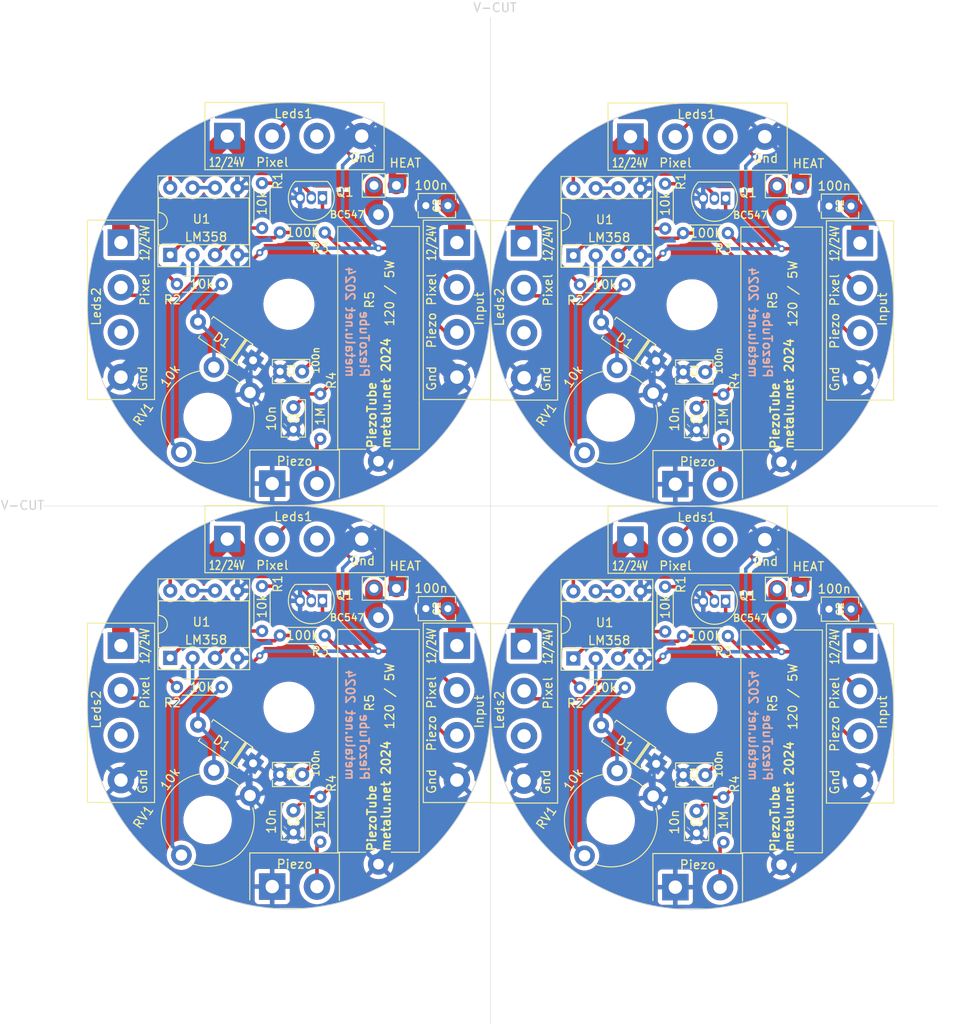
<source format=kicad_pcb>
(kicad_pcb (version 20221018) (generator pcbnew)
  (layers (0 "F.Cu" signal) (31 "B.Cu" signal) (34 "B.Paste" user) (35 "F.Paste" user) (36 "B.SilkS" user "B.Silkscreen") (37 "F.SilkS" user "F.Silkscreen") (38 "B.Mask" user) (39 "F.Mask" user) (44 "Edge.Cuts" user))
  (net 0 "")
  (net 1 "Net-(U1A-+)")
  (net 2 "Net-(J1-Pin_2)")
  (net 3 "+24V")
  (net 4 "GND")
  (net 5 "Net-(D1-A)")
  (net 6 "/pixel")
  (net 7 "/piezo_out")
  (net 10 "Net-(Q1-B)")
  (net 11 "Net-(R1-Pad1)")
  (net 12 "Net-(U1A--)")
  (net 13 "Net-(U1B--)")
  (net 14 "Net-(J5-Pin_2)")
  (net 15 "Net-(C3-Pad1)")
  (footprint "TerminalBlock:TerminalBlock_bornier-4_P5.08mm" (layer "F.Cu") (at 92.71 41.275 -90)
    (fp_text reference "J2" hide)
    (fp_text value "Input")
  )
  (footprint "Capacitor_THT:C_Rect_L4.0mm_W2.5mm_P2.50mm" (layer "F.Cu") (at 119.888 60.0075 -90)
    (fp_text reference "C3")
    (fp_text value "10n")
  )
  (footprint "Capacitor_THT:C_Rect_L4.0mm_W2.5mm_P2.50mm" (layer "F.Cu") (at 137.414 82.804 180)
    (fp_text reference "C2")
    (fp_text value "100n")
  )
  (footprint "Capacitor_THT:C_Rect_L4.0mm_W2.5mm_P2.50mm" (layer "F.Cu") (at 120.884 101.6 180)
    (fp_text reference "C1")
    (fp_text value "100n")
  )
  (footprint "MountingHole:MountingHole_5.3mm_M5" (layer "F.Cu") (at 119.38 93.98)
    (fp_text reference "H2" hide)
    (fp_text value "MountingHole" hide)
  )
  (footprint "Resistor_THT:R_Axial_DIN0204_L3.6mm_D1.6mm_P5.08mm_Horizontal" (layer "F.Cu") (at 70.612 85.2805 90)
    (fp_text reference "R1")
    (fp_text value "10k")
  )
  (footprint "TerminalBlock:TerminalBlock_bornier-4_P5.08mm" (layer "F.Cu") (at 112.395 74.93)
    (fp_text reference "J3" hide)
    (fp_text value "Leds1")
  )
  (footprint "Package_DIP:DIP-8_W7.62mm_Socket" (layer "F.Cu") (at 60.198 42.672 90)
    (fp_text reference "U1" hide)
    (fp_text value "LM358")
  )
  (footprint "TerminalBlock:TerminalBlock_bornier-2_P5.08mm" (layer "F.Cu") (at 71.764666 68.58)
    (fp_text reference "J1" hide)
    (fp_text value "Piezo")
  )
  (footprint "Resistor_THT:R_Axial_DIN0204_L3.6mm_D1.6mm_P5.08mm_Horizontal" (layer "F.Cu") (at 116.332 39.6875 90)
    (fp_text reference "R1")
    (fp_text value "10k")
  )
  (footprint "Potentiometer_THT:Potentiometer_Piher_PT-10-V10_Vertical" (layer "F.Cu") (at 65.155884 55.398538 -125)
    (fp_text reference "RV1")
    (fp_text value "10k")
  )
  (footprint "Connector_PinHeader_2.54mm:PinHeader_1x02_P2.54mm_Vertical" (layer "F.Cu") (at 131.572 80.518 -90)
    (fp_text reference "HEAT")
    (fp_text value "Conn_01x02_Pin" hide)
  )
  (footprint "Capacitor_THT:C_Rect_L4.0mm_W2.5mm_P2.50mm" (layer "F.Cu") (at 120.884 55.9435 180)
    (fp_text reference "C1")
    (fp_text value "100n")
  )
  (footprint "Diode_THT:D_A-405_P7.62mm_Horizontal" (layer "F.Cu") (at 115.316 100.33 145)
    (fp_text reference "D1")
    (fp_text value "D" hide)
  )
  (footprint "Resistor_THT:R_Axial_Power_L25.0mm_W9.0mm_P27.94mm" (layer "F.Cu") (at 129.54 111.76 90)
    (fp_text reference "R5")
    (fp_text value "120 / 5W")
  )
  (footprint "Package_DIP:DIP-8_W7.62mm_Socket" (layer "F.Cu") (at 105.918 88.392 90)
    (fp_text reference "U1" hide)
    (fp_text value "LM358")
  )
  (footprint "Resistor_THT:R_Axial_DIN0204_L3.6mm_D1.6mm_P5.08mm_Horizontal" (layer "F.Cu") (at 77.216 104.0765 -90)
    (fp_text reference "R4")
    (fp_text value "1M")
  )
  (footprint "Package_TO_SOT_THT:TO-92_Inline" (layer "F.Cu") (at 123.19 36.2585 180)
    (fp_text reference "Q1")
    (fp_text value "BC547")
  )
  (footprint "Package_DIP:DIP-8_W7.62mm_Socket" (layer "F.Cu") (at 105.918 42.7355 90)
    (fp_text reference "U1" hide)
    (fp_text value "LM358")
  )
  (footprint "MountingHole:MountingHole_5.3mm_M5" (layer "F.Cu") (at 73.66 93.9165)
    (fp_text reference "H2" hide)
    (fp_text value "MountingHole" hide)
  )
  (footprint "Potentiometer_THT:Potentiometer_Piher_PT-10-V10_Vertical" (layer "F.Cu") (at 110.875884 55.462038 -125)
    (fp_text reference "RV1")
    (fp_text value "10k")
  )
  (footprint "Resistor_THT:R_Axial_DIN0204_L3.6mm_D1.6mm_P5.08mm_Horizontal" (layer "F.Cu") (at 122.936 58.4835 -90)
    (fp_text reference "R4")
    (fp_text value "1M")
  )
  (footprint "Capacitor_THT:C_Rect_L4.0mm_W2.5mm_P2.50mm" (layer "F.Cu") (at 119.888 105.664 -90)
    (fp_text reference "C3")
    (fp_text value "10n")
  )
  (footprint "Capacitor_THT:C_Rect_L4.0mm_W2.5mm_P2.50mm" (layer "F.Cu") (at 75.164 55.88 180)
    (fp_text reference "C1")
    (fp_text value "100n")
  )
  (footprint "Connector_PinHeader_2.54mm:PinHeader_1x02_P2.54mm_Vertical" (layer "F.Cu") (at 131.572 34.8615 -90)
    (fp_text reference "HEAT")
    (fp_text value "Conn_01x02_Pin" hide)
  )
  (footprint "Connector_PinHeader_2.54mm:PinHeader_1x02_P2.54mm_Vertical" (layer "F.Cu") (at 85.852 34.798 -90)
    (fp_text reference "HEAT")
    (fp_text value "Conn_01x02_Pin" hide)
  )
  (footprint "Diode_THT:D_A-405_P7.62mm_Horizontal" (layer "F.Cu") (at 115.316 54.6735 145)
    (fp_text reference "D1")
    (fp_text value "D" hide)
  )
  (footprint "TerminalBlock:TerminalBlock_bornier-4_P5.08mm" (layer "F.Cu") (at 66.675 74.8665)
    (fp_text reference "J3" hide)
    (fp_text value "Leds1")
  )
  (footprint "Resistor_THT:R_Axial_DIN0204_L3.6mm_D1.6mm_P5.08mm_Horizontal" (layer "F.Cu") (at 72.644 85.7885)
    (fp_text reference "R3")
    (fp_text value "100k")
  )
  (footprint "Package_DIP:DIP-8_W7.62mm_Socket" (layer "F.Cu") (at 60.198 88.3285 90)
    (fp_text reference "U1" hide)
    (fp_text value "LM358")
  )
  (footprint "Diode_THT:D_A-405_P7.62mm_Horizontal" (layer "F.Cu") (at 69.596 54.61 145)
    (fp_text reference "D1")
    (fp_text value "D" hide)
  )
  (footprint "Resistor_THT:R_Axial_DIN0204_L3.6mm_D1.6mm_P5.08mm_Horizontal" (layer "F.Cu") (at 106.68 91.694)
    (fp_text reference "R2")
    (fp_text value "10k")
  )
  (footprint "TerminalBlock:TerminalBlock_bornier-4_P5.08mm" (layer "F.Cu") (at 138.43 41.3385 -90)
    (fp_text reference "J2" hide)
    (fp_text value "Input")
  )
  (footprint "MountingHole:MountingHole_5.3mm_M5" (layer "F.Cu") (at 73.66 48.26)
    (fp_text reference "H2" hide)
    (fp_text value "MountingHole" hide)
  )
  (footprint "Resistor_THT:R_Axial_DIN0204_L3.6mm_D1.6mm_P5.08mm_Horizontal" (layer "F.Cu") (at 122.936 104.14 -90)
    (fp_text reference "R4")
    (fp_text value "1M")
  )
  (footprint "Resistor_THT:R_Axial_DIN0204_L3.6mm_D1.6mm_P5.08mm_Horizontal" (layer "F.Cu") (at 60.96 91.6305)
    (fp_text reference "R2")
    (fp_text value "10k")
  )
  (footprint "Package_TO_SOT_THT:TO-92_Inline" (layer "F.Cu") (at 77.47 36.195 180)
    (fp_text reference "Q1")
    (fp_text value "BC547")
  )
  (footprint "TerminalBlock:TerminalBlock_bornier-4_P5.08mm" (layer "F.Cu") (at 100.33 86.995 -90)
    (fp_text reference "J4" hide)
    (fp_text value "Leds2")
  )
  (footprint "Resistor_THT:R_Axial_DIN0204_L3.6mm_D1.6mm_P5.08mm_Horizontal" (layer "F.Cu") (at 106.68 46.0375)
    (fp_text reference "R2")
    (fp_text value "10k")
  )
  (footprint "Resistor_THT:R_Axial_DIN0204_L3.6mm_D1.6mm_P5.08mm_Horizontal" (layer "F.Cu") (at 118.364 40.1955)
    (fp_text reference "R3")
    (fp_text value "100k")
  )
  (footprint "Resistor_THT:R_Axial_DIN0204_L3.6mm_D1.6mm_P5.08mm_Horizontal" (layer "F.Cu") (at 118.364 85.852)
    (fp_text reference "R3")
    (fp_text value "100k")
  )
  (footprint "TerminalBlock:TerminalBlock_bornier-4_P5.08mm" (layer "F.Cu") (at 112.395 29.2735)
    (fp_text reference "J3" hide)
    (fp_text value "Leds1")
  )
  (footprint "Connector_PinHeader_2.54mm:PinHeader_1x02_P2.54mm_Vertical" (layer "F.Cu") (at 85.852 80.4545 -90)
    (fp_text reference "HEAT")
    (fp_text value "Conn_01x02_Pin" hide)
  )
  (footprint "Package_TO_SOT_THT:TO-92_Inline" (layer "F.Cu") (at 77.47 81.8515 180)
    (fp_text reference "Q1")
    (fp_text value "BC547")
  )
  (footprint "Resistor_THT:R_Axial_DIN0204_L3.6mm_D1.6mm_P5.08mm_Horizontal" (layer "F.Cu") (at 77.216 58.42 -90)
    (fp_text reference "R4")
    (fp_text value "1M")
  )
  (footprint "Package_TO_SOT_THT:TO-92_Inline" (layer "F.Cu") (at 123.19 81.915 180)
    (fp_text reference "Q1")
    (fp_text value "BC547")
  )
  (footprint "Potentiometer_THT:Potentiometer_Piher_PT-10-V10_Vertical" (layer "F.Cu") (at 110.875884 101.118538 -125)
    (fp_text reference "RV1")
    (fp_text value "10k")
  )
  (footprint "Resistor_THT:R_Axial_DIN0204_L3.6mm_D1.6mm_P5.08mm_Horizontal" (layer "F.Cu") (at 72.644 40.132)
    (fp_text reference "R3")
    (fp_text value "100k")
  )
  (footprint "Capacitor_THT:C_Rect_L4.0mm_W2.5mm_P2.50mm" (layer "F.Cu") (at 74.168 105.6005 -90)
    (fp_text reference "C3")
    (fp_text value "10n")
  )
  (footprint "Resistor_THT:R_Axial_Power_L25.0mm_W9.0mm_P27.94mm" (layer "F.Cu") (at 129.54 66.1035 90)
    (fp_text reference "R5")
    (fp_text value "120 / 5W")
  )
  (footprint "Resistor_THT:R_Axial_DIN0204_L3.6mm_D1.6mm_P5.08mm_Horizontal" (layer "F.Cu") (at 116.332 85.344 90)
    (fp_text reference "R1")
    (fp_text value "10k")
  )
  (footprint "Capacitor_THT:C_Rect_L4.0mm_W2.5mm_P2.50mm" (layer "F.Cu") (at 91.694 82.7405 180)
    (fp_text reference "C2")
    (fp_text value "100n")
  )
  (footprint "TerminalBlock:TerminalBlock_bornier-4_P5.08mm" (layer "F.Cu") (at 54.61 41.275 -90)
    (fp_text reference "J4" hide)
    (fp_text value "Leds2")
  )
  (footprint "TerminalBlock:TerminalBlock_bornier-2_P5.08mm" (layer "F.Cu") (at 71.764666 114.2365)
    (fp_text reference "J1" hide)
    (fp_text value "Piezo")
  )
  (footprint "TerminalBlock:TerminalBlock_bornier-4_P5.08mm" (layer "F.Cu") (at 54.61 86.9315 -90)
    (fp_text reference "J4" hide)
    (fp_text value "Leds2")
  )
  (footprint "Resistor_THT:R_Axial_Power_L25.0mm_W9.0mm_P27.94mm" (layer "F.Cu") (at 83.82 66.04 90)
    (fp_text reference "R5")
    (fp_text value "120 / 5W")
  )
  (footprint "Diode_THT:D_A-405_P7.62mm_Horizontal" (layer "F.Cu") (at 69.596 100.2665 145)
    (fp_text reference "D1")
    (fp_text value "D" hide)
  )
  (footprint "MountingHole:MountingHole_5.3mm_M5" (layer "F.Cu") (at 119.38 48.3235)
    (fp_text reference "H2" hide)
    (fp_text value "MountingHole" hide)
  )
  (footprint "Potentiometer_THT:Potentiometer_Piher_PT-10-V10_Vertical" (layer "F.Cu") (at 65.155884 101.055038 -125)
    (fp_text reference "RV1")
    (fp_text value "10k")
  )
  (footprint "Capacitor_THT:C_Rect_L4.0mm_W2.5mm_P2.50mm" (layer "F.Cu") (at 91.694 37.084 180)
    (fp_text reference "C2")
    (fp_text value "100n")
  )
  (footprint "TerminalBlock:TerminalBlock_bornier-4_P5.08mm" (layer "F.Cu") (at 138.43 86.995 -90)
    (fp_text reference "J2" hide)
    (fp_text value "Input")
  )
  (footprint "Resistor_THT:R_Axial_Power_L25.0mm_W9.0mm_P27.94mm" (layer "F.Cu") (at 83.82 111.6965 90)
    (fp_text reference "R5")
    (fp_text value "120 / 5W")
  )
  (footprint "TerminalBlock:TerminalBlock_bornier-4_P5.08mm" (layer "F.Cu") (at 92.71 86.9315 -90)
    (fp_text reference "J2" hide)
    (fp_text value "Input")
  )
  (footprint "Resistor_THT:R_Axial_DIN0204_L3.6mm_D1.6mm_P5.08mm_Horizontal" (layer "F.Cu") (at 60.96 45.974)
    (fp_text reference "R2")
    (fp_text value "10k")
  )
  (footprint "Capacitor_THT:C_Rect_L4.0mm_W2.5mm_P2.50mm" (layer "F.Cu") (at 75.164 101.5365 180)
    (fp_text reference "C1")
    (fp_text value "100n")
  )
  (footprint "Resistor_THT:R_Axial_DIN0204_L3.6mm_D1.6mm_P5.08mm_Horizontal" (layer "F.Cu") (at 70.612 39.624 90)
    (fp_text reference "R1")
    (fp_text value "10k")
  )
  (footprint "TerminalBlock:TerminalBlock_bornier-2_P5.08mm" (layer "F.Cu") (at 117.484666 114.3)
    (fp_text reference "J1" hide)
    (fp_text value "Piezo")
  )
  (footprint "TerminalBlock:TerminalBlock_bornier-4_P5.08mm" (layer "F.Cu") (at 100.33 41.3385 -90)
    (fp_text reference "J4" hide)
    (fp_text value "Leds2")
  )
  (footprint "TerminalBlock:TerminalBlock_bornier-2_P5.08mm" (layer "F.Cu") (at 117.484666 68.6435)
    (fp_text reference "J1" hide)
    (fp_text value "Piezo")
  )
  (footprint "TerminalBlock:TerminalBlock_bornier-4_P5.08mm" (layer "F.Cu") (at 66.675 29.21)
    (fp_text reference "J3" hide)
    (fp_text value "Leds1")
  )
  (footprint "Capacitor_THT:C_Rect_L4.0mm_W2.5mm_P2.50mm" (layer "F.Cu") (at 137.414 37.1475 180)
    (fp_text reference "C2")
    (fp_text value "100n")
  )
  (footprint "Capacitor_THT:C_Rect_L4.0mm_W2.5mm_P2.50mm" (layer "F.Cu") (at 74.168 59.944 -90)
    (fp_text reference "C3")
    (fp_text value "10n")
  )
  (gr_circle (center 73.66 48.26) (end 96.52 48.26) (stroke (width 0.1)) (fill none) (layer "Edge.Cuts"))
  (gr_line (start 147.193 71.12) (end 45.847 71.12) (stroke (width 0.05)) (layer "Edge.Cuts"))
  (gr_circle (center 119.38 48.3235) (end 142.24 48.3235) (stroke (width 0.1)) (fill none) (layer "Edge.Cuts"))
  (gr_line (start 96.52 15.748) (end 96.52 129.794) (stroke (width 0.05)) (layer "Edge.Cuts"))
  (gr_circle (center 73.66 93.9165) (end 96.52 93.9165) (stroke (width 0.1)) (fill none) (layer "Edge.Cuts"))
  (gr_circle (center 119.38 93.98) (end 142.24 93.98) (stroke (width 0.1)) (fill none) (layer "Edge.Cuts"))
  (gr_text "PiezoTube\nmetalu.net 2024" (at 125.73 56.7055 -90) (layer "B.SilkS") (effects (font (size 1 1) (thickness 0.2) bold) (justify left bottom mirror)))
  (gr_text "PiezoTube\nmetalu.net 2024" (at 80.01 56.642 -90) (layer "B.SilkS") (effects (font (size 1 1) (thickness 0.2) bold) (justify left bottom mirror)))
  (gr_text "PiezoTube\nmetalu.net 2024" (at 125.73 102.362 -90) (layer "B.SilkS") (effects (font (size 1 1) (thickness 0.2) bold) (justify left bottom mirror)))
  (gr_text "PiezoTube\nmetalu.net 2024" (at 80.01 102.2985 -90) (layer "B.SilkS") (effects (font (size 1 1) (thickness 0.2) bold) (justify left bottom mirror)))
  (gr_text "PiezoTube\nmetalu.net 2024" (at 130.98 110.41 90) (layer "F.SilkS") (effects (font (size 1 1) (thickness 0.2) bold) (justify left bottom)))
  (gr_text "Pixel" (at 69.85 32.766) (layer "F.SilkS") (effects (font (size 1 1)) (justify left bottom)))
  (gr_text "Pixel" (at 115.57 32.8295) (layer "F.SilkS") (effects (font (size 1 1)) (justify left bottom)))
  (gr_text "Piezo" (at 90.424 53.34 90) (layer "F.SilkS") (effects (font (size 1 1)) (justify left bottom)))
  (gr_text "Pixel" (at 103.632 94.234 90) (layer "F.SilkS") (effects (font (size 1 1)) (justify left bottom)))
  (gr_text "Gnd" (at 90.424 58.166 90) (layer "F.SilkS") (effects (font (size 1 1)) (justify left bottom)))
  (gr_text "Pixel" (at 136.144 94.234 90) (layer "F.SilkS") (effects (font (size 1 1)) (justify left bottom)))
  (gr_text "12/24V" (at 136.144 89.154 90) (layer "F.SilkS") (effects (font (size 1 0.7)) (justify left bottom)))
  (gr_text "Piezo" (at 90.424 98.9965 90) (layer "F.SilkS") (effects (font (size 1 1)) (justify left bottom)))
  (gr_text "Gnd" (at 136.144 58.2295 90) (layer "F.SilkS") (effects (font (size 1 1)) (justify left bottom)))
  (gr_text "Gnd" (at 136.144 103.886 90) (layer "F.SilkS") (effects (font (size 1 1)) (justify left bottom)))
  (gr_text "12/24V" (at 64.516 78.4225) (layer "F.SilkS") (effects (font (size 1 0.7)) (justify left bottom)))
  (gr_text "Pixel" (at 57.912 94.1705 90) (layer "F.SilkS") (effects (font (size 1 1)) (justify left bottom)))
  (gr_text "Gnd" (at 103.378 103.886 90) (layer "F.SilkS") (effects (font (size 1 1)) (justify left bottom)))
  (gr_text "12/24V" (at 136.144 43.4975 90) (layer "F.SilkS") (effects (font (size 1 0.7)) (justify left bottom)))
  (gr_text "Pixel" (at 103.632 48.5775 90) (layer "F.SilkS") (effects (font (size 1 1)) (justify left bottom)))
  (gr_text "Piezo" (at 136.144 53.4035 90) (layer "F.SilkS") (effects (font (size 1 1)) (justify left bottom)))
  (gr_text "Gnd" (at 57.658 58.166 90) (layer "F.SilkS") (effects (font (size 1 1)) (justify left bottom)))
  (gr_text "PiezoTube\nmetalu.net 2024" (at 85.26 110.3465 90) (layer "F.SilkS") (effects (font (size 1 1) (thickness 0.2) bold) (justify left bottom)))
  (gr_text "Pixel" (at 90.424 94.1705 90) (layer "F.SilkS") (effects (font (size 1 1)) (justify left bottom)))
  (gr_text "PiezoTube\nmetalu.net 2024" (at 130.98 64.7535 90) (layer "F.SilkS") (effects (font (size 1 1) (thickness 0.2) bold) (justify left bottom)))
  (gr_text "Gnd" (at 80.518 77.9145) (layer "F.SilkS") (effects (font (size 1 1)) (justify left bottom)))
  (gr_text "12/24V" (at 90.424 89.0905 90) (layer "F.SilkS") (effects (font (size 1 0.7)) (justify left bottom)))
  (gr_text "12/24V" (at 110.236 78.486) (layer "F.SilkS") (effects (font (size 1 0.7)) (justify left bottom)))
  (gr_text "PiezoTube\nmetalu.net 2024" (at 85.26 64.69 90) (layer "F.SilkS") (effects (font (size 1 1) (thickness 0.2) bold) (justify left bottom)))
  (gr_text "Piezo" (at 136.144 99.06 90) (layer "F.SilkS") (effects (font (size 1 1)) (justify left bottom)))
  (gr_text "Gnd" (at 103.378 58.2295 90) (layer "F.SilkS") (effects (font (size 1 1)) (justify left bottom)))
  (gr_text "12/24V" (at 103.632 89.154 90) (layer "F.SilkS") (effects (font (size 1 0.7)) (justify left bottom)))
  (gr_text "Gnd" (at 57.658 103.8225 90) (layer "F.SilkS") (effects (font (size 1 1)) (justify left bottom)))
  (gr_text "12/24V" (at 57.912 89.0905 90) (layer "F.SilkS") (effects (font (size 1 0.7)) (justify left bottom)))
  (gr_text "12/24V" (at 90.424 43.434 90) (layer "F.SilkS") (effects (font (size 1 0.7)) (justify left bottom)))
  (gr_text "Gnd" (at 90.424 103.8225 90) (layer "F.SilkS") (effects (font (size 1 1)) (justify left bottom)))
  (gr_text "12/24V" (at 57.912 43.434 90) (layer "F.SilkS") (effects (font (size 1 0.7)) (justify left bottom)))
  (gr_text "Pixel" (at 57.912 48.514 90) (layer "F.SilkS") (effects (font (size 1 1)) (justify left bottom)))
  (gr_text "12/24V" (at 64.516 32.766) (layer "F.SilkS") (effects (font (size 1 0.7)) (justify left bottom)))
  (gr_text "12/24V" (at 110.236 32.8295) (layer "F.SilkS") (effects (font (size 1 0.7)) (justify left bottom)))
  (gr_text "Pixel" (at 69.85 78.4225) (layer "F.SilkS") (effects (font (size 1 1)) (justify left bottom)))
  (gr_text "Gnd" (at 126.238 32.3215) (layer "F.SilkS") (effects (font (size 1 1)) (justify left bottom)))
  (gr_text "Gnd" (at 126.238 77.978) (layer "F.SilkS") (effects (font (size 1 1)) (justify left bottom)))
  (gr_text "Pixel" (at 136.144 48.5775 90) (layer "F.SilkS") (effects (font (size 1 1)) (justify left bottom)))
  (gr_text "Pixel" (at 90.424 48.514 90) (layer "F.SilkS") (effects (font (size 1 1)) (justify left bottom)))
  (gr_text "Pixel" (at 115.57 78.486) (layer "F.SilkS") (effects (font (size 1 1)) (justify left bottom)))
  (gr_text "Gnd" (at 80.518 32.258) (layer "F.SilkS") (effects (font (size 1 1)) (justify left bottom)))
  (gr_text "12/24V" (at 103.632 43.4975 90) (layer "F.SilkS") (effects (font (size 1 0.7)) (justify left bottom)))
  (gr_text "V-CUT" (at 94.488 15.24) (layer "Edge.Cuts") (effects (font (size 1 1)) (justify left bottom)))
  (gr_text "V-CUT" (at 40.894 71.628) (layer "Edge.Cuts") (effects (font (size 1 1)) (justify left bottom)))
  (segment (start 65.278 88.3285) (end 67.226 86.3805) (width 0.4) (layer "F.Cu") (net 1))
  (segment (start 125.984 44.7675) (end 121.412 40.1955) (width 0.4) (layer "F.Cu") (net 1))
  (segment (start 120.884 55.9435) (end 120.884 55.9235) (width 0.4) (layer "F.Cu") (net 1))
  (segment (start 112.946 86.444) (end 117.772 86.444) (width 0.4) (layer "F.Cu") (net 1))
  (segment (start 110.998 42.7355) (end 112.946 40.7875) (width 0.4) (layer "F.Cu") (net 1))
  (segment (start 117.772 86.444) (end 118.364 85.852) (width 0.4) (layer "F.Cu") (net 1))
  (segment (start 121.412 85.852) (end 118.364 85.852) (width 0.4) (layer "F.Cu") (net 1))
  (segment (start 72.052 40.724) (end 72.644 40.132) (width 0.4) (layer "F.Cu") (net 1))
  (segment (start 120.884 101.6) (end 125.984 96.5) (width 0.4) (layer "F.Cu") (net 1))
  (segment (start 120.884 101.6) (end 120.884 101.58) (width 0.4) (layer "F.Cu") (net 1))
  (segment (start 110.998 88.392) (end 112.946 86.444) (width 0.4) (layer "F.Cu") (net 1))
  (segment (start 72.052 86.3805) (end 72.644 85.7885) (width 0.4) (layer "F.Cu") (net 1))
  (segment (start 125.984 50.8435) (end 125.984 44.7675) (width 0.4) (layer "F.Cu") (net 1))
  (segment (start 75.164 101.5365) (end 80.264 96.4365) (width 0.4) (layer "F.Cu") (net 1))
  (segment (start 75.164 55.88) (end 75.164 55.86) (width 0.4) (layer "F.Cu") (net 1))
  (segment (start 75.164 101.5365) (end 75.164 101.5165) (width 0.4) (layer "F.Cu") (net 1))
  (segment (start 75.164 55.88) (end 80.264 50.78) (width 0.4) (layer "F.Cu") (net 1))
  (segment (start 112.946 40.7875) (end 117.772 40.7875) (width 0.4) (layer "F.Cu") (net 1))
  (segment (start 125.984 90.424) (end 121.412 85.852) (width 0.4) (layer "F.Cu") (net 1))
  (segment (start 80.264 50.78) (end 80.264 44.704) (width 0.4) (layer "F.Cu") (net 1))
  (segment (start 117.772 40.7875) (end 118.364 40.1955) (width 0.4) (layer "F.Cu") (net 1))
  (segment (start 65.278 42.672) (end 67.226 40.724) (width 0.4) (layer "F.Cu") (net 1))
  (segment (start 120.884 55.9435) (end 125.984 50.8435) (width 0.4) (layer "F.Cu") (net 1))
  (segment (start 67.226 86.3805) (end 72.052 86.3805) (width 0.4) (layer "F.Cu") (net 1))
  (segment (start 75.692 40.132) (end 72.644 40.132) (width 0.4) (layer "F.Cu") (net 1))
  (segment (start 80.264 44.704) (end 75.692 40.132) (width 0.4) (layer "F.Cu") (net 1))
  (segment (start 67.226 40.724) (end 72.052 40.724) (width 0.4) (layer "F.Cu") (net 1))
  (segment (start 125.984 96.5) (end 125.984 90.424) (width 0.4) (layer "F.Cu") (net 1))
  (segment (start 80.264 96.4365) (end 80.264 90.3605) (width 0.4) (layer "F.Cu") (net 1))
  (segment (start 75.692 85.7885) (end 72.644 85.7885) (width 0.4) (layer "F.Cu") (net 1))
  (segment (start 80.264 90.3605) (end 75.692 85.7885) (width 0.4) (layer "F.Cu") (net 1))
  (segment (start 121.412 40.1955) (end 118.364 40.1955) (width 0.4) (layer "F.Cu") (net 1))
  (segment (start 122.564666 114.3) (end 122.564666 109.591334) (width 0.4) (layer "F.Cu") (net 2))
  (segment (start 122.564666 63.934834) (end 122.936 63.5635) (width 0.4) (layer "F.Cu") (net 2))
  (segment (start 76.844666 63.871334) (end 77.216 63.5) (width 0.4) (layer "F.Cu") (net 2))
  (segment (start 122.564666 109.591334) (end 122.936 109.22) (width 0.4) (layer "F.Cu") (net 2))
  (segment (start 122.564666 68.6435) (end 122.564666 63.934834) (width 0.4) (layer "F.Cu") (net 2))
  (segment (start 76.844666 68.58) (end 76.844666 63.871334) (width 0.4) (layer "F.Cu") (net 2))
  (segment (start 76.844666 109.527834) (end 77.216 109.1565) (width 0.4) (layer "F.Cu") (net 2))
  (segment (start 76.844666 114.2365) (end 76.844666 109.527834) (width 0.4) (layer "F.Cu") (net 2))
  (segment (start 92.71 38.1) (end 92.71 41.275) (width 2) (layer "F.Cu") (net 3))
  (segment (start 54.864 38.1) (end 54.61 38.354) (width 2) (layer "F.Cu") (net 3))
  (segment (start 100.584 83.82) (end 100.965 83.82) (width 0.4) (layer "F.Cu") (net 3))
  (segment (start 100.584 83.82) (end 100.584 82.831803) (width 2) (layer "F.Cu") (net 3))
  (segment (start 55.245 83.7565) (end 56.8325 85.344) (width 0.4) (layer "F.Cu") (net 3))
  (segment (start 55.245 38.1) (end 56.8325 39.6875) (width 0.4) (layer "F.Cu") (net 3))
  (segment (start 85.979 78.0415) (end 82.423 78.0415) (width 2) (layer "F.Cu") (net 3))
  (segment (start 82.423 32.385) (end 80.772 34.036) (width 2) (layer "F.Cu") (net 3))
  (segment (start 102.5525 85.4075) (end 102.5525 87.5665) (width 0.4) (layer "F.Cu") (net 3))
  (segment (start 107.188 76.454) (end 107.188 77.216) (width 0.4) (layer "F.Cu") (net 3))
  (segment (start 75.328899 32.644) (end 70.109 32.644) (width 2) (layer "F.Cu") (net 3))
  (segment (start 70.109 78.3005) (end 66.675 74.8665) (width 2) (layer "F.Cu") (net 3))
  (segment (start 61.468 77.1525) (end 60.198 78.4225) (width 0.4) (layer "F.Cu") (net 3))
  (segment (start 76.720899 79.6925) (end 75.328899 78.3005) (width 2) (layer "F.Cu") (net 3))
  (segment (start 65.151 76.3905) (end 66.675 74.8665) (width 2) (layer "F.Cu") (net 3))
  (segment (start 121.048899 78.364) (end 115.829 78.364) (width 2) (layer "F.Cu") (net 3))
  (segment (start 107.188 76.454) (end 110.871 76.454) (width 2) (layer "F.Cu") (net 3))
  (segment (start 91.694 82.7405) (end 92.71 83.7565) (width 2) (layer "F.Cu") (net 3))
  (segment (start 54.864 37.111803) (end 54.906695 37.041305) (width 2) (layer "F.Cu") (net 3))
  (segment (start 122.440899 79.756) (end 121.048899 78.364) (width 2) (layer "F.Cu") (net 3))
  (segment (start 106.934 76.454) (end 107.188 76.454) (width 2) (layer "F.Cu") (net 3))
  (segment (start 60.198 78.4225) (end 60.198 80.7085) (width 0.4) (layer "F.Cu") (net 3))
  (segment (start 107.188 31.5595) (end 105.918 32.8295) (width 0.4) (layer "F.Cu") (net 3))
  (segment (start 76.720899 34.036) (end 75.328899 32.644) (width 2) (layer "F.Cu") (net 3))
  (segment (start 105.918 78.486) (end 105.918 80.772) (width 0.4) (layer "F.Cu") (net 3))
  (segment (start 128.143 32.4485) (end 126.492 34.0995) (width 2) (layer "F.Cu") (net 3))
  (segment (start 54.864 83.7565) (end 54.864 82.768303) (width 2) (layer "F.Cu") (net 3))
  (segment (start 61.468 30.734) (end 61.468 31.496) (width 0.4) (layer "F.Cu") (net 3))
  (segment (start 115.829 78.364) (end 112.395 74.93) (width 2) (layer "F.Cu") (net 3))
  (segment (start 100.584 83.82) (end 100.33 84.074) (width 2) (layer "F.Cu") (net 3))
  (segment (start 100.584 37.175303) (end 100.626695 37.104805) (width 2) (layer "F.Cu") (net 3))
  (segment (start 61.468 30.734) (end 65.151 30.734) (width 2) (layer "F.Cu") (net 3))
  (segment (start 61.468 76.3905) (end 65.151 76.3905) (width 2) (layer "F.Cu") (net 3))
  (segment (start 70.109 32.644) (end 66.675 29.21) (width 2) (layer "F.Cu") (net 3))
  (segment (start 100.626695 37.104805) (end 106.934 30.7975) (width 2) (layer "F.Cu") (net 3))
  (segment (start 102.5525 87.5665) (end 106.68 91.694) (width 0.4) (layer "F.Cu") (net 3))
  (segment (start 92.71 83.7565) (end 92.71 86.9315) (width 2) (layer "F.Cu") (net 3))
  (segment (start 137.414 37.1475) (end 138.43 38.1635) (width 2) (layer "F.Cu") (net 3))
  (segment (start 137.414 37.1475) (end 137.414 36.1315) (width 2) (layer "F.Cu") (net 3))
  (segment (start 85.979 78.0415) (end 85.979 80.3275) (width 2) (layer "F.Cu") (net 3))
  (segment (start 133.731 32.4485) (end 131.699 32.4485) (width 2) (layer "F.Cu") (net 3))
  (segment (start 91.694 81.7245) (end 88.011 78.0415) (width 2) (layer "F.Cu") (net 3))
  (segment (start 75.328899 78.3005) (end 70.109 78.3005) (width 2) (layer "F.Cu") (net 3))
  (segment (start 54.906695 37.041305) (end 61.214 30.734) (width 2) (layer "F.Cu") (net 3))
  (segment (start 61.214 76.3905) (end 61.468 76.3905) (width 2) (layer "F.Cu") (net 3))
  (segment (start 54.864 38.1) (end 55.245 38.1) (width 0.4) (layer "F.Cu") (net 3))
  (segment (start 100.33 38.4175) (end 100.33 41.3385) (width 2) (layer "F.Cu") (net 3))
  (segment (start 100.584 38.1635) (end 100.33 38.4175) (width 2) (layer "F.Cu") (net 3))
  (segment (start 61.468 76.3905) (end 61.468 77.1525) (width 0.4) (layer "F.Cu") (net 3))
  (segment (start 56.8325 41.8465) (end 60.96 45.974) (width 0.4) (layer "F.Cu") (net 3))
  (segment (start 138.43 83.82) (end 138.43 86.995) (width 2) (layer "F.Cu") (net 3))
  (segment (start 107.188 77.216) (end 105.918 78.486) (width 0.4) (layer "F.Cu") (net 3))
  (segment (start 133.731 78.105) (end 131.699 78.105) (width 2) (layer "F.Cu") (net 3))
  (segment (start 91.694 37.084) (end 92.71 38.1) (width 2) (layer "F.Cu") (net 3))
  (segment (start 131.699 78.105) (end 131.699 80.391) (width 2) (layer "F.Cu") (net 3))
  (segment (start 126.492 79.756) (end 122.440899 79.756) (width 2) (layer "F.Cu") (net 3))
  (segment (start 82.423 78.0415) (end 80.772 79.6925) (width 2) (layer "F.Cu") (net 3))
  (segment (start 100.584 82.831803) (end 100.626695 82.761305) (width 2) (layer "F.Cu") (net 3))
  (segment (start 137.414 82.804) (end 137.414 81.788) (width 2) (layer "F.Cu") (net 3))
  (segment (start 102.5525 41.91) (end 106.68 46.0375) (width 0.4) (layer "F.Cu") (net 3))
  (segment (start 128.143 78.105) (end 126.492 79.756) (width 2) (layer "F.Cu") (net 3))
  (segment (start 121.048899 32.7075) (end 115.829 32.7075) (width 2) (layer "F.Cu") (net 3))
  (segment (start 80.772 34.036) (end 76.720899 34.036) (width 2) (layer "F.Cu") (net 3))
  (segment (start 126.492 34.0995) (end 122.440899 34.0995) (width 2) (layer "F.Cu") (net 3))
  (segment (start 54.61 84.0105) (end 54.61 86.9315) (width 2) (layer "F.Cu") (net 3))
  (segment (start 91.694 36.068) (end 88.011 32.385) (width 2) (layer "F.Cu") (net 3))
  (segment (start 137.414 82.804) (end 138.43 83.82) (width 2) (layer "F.Cu") (net 3))
  (segment (start 102.5525 39.751) (end 102.5525 41.91) (width 0.4) (layer "F.Cu") (net 3))
  (segment (start 54.864 82.768303) (end 54.906695 82.697805) (width 2) (layer "F.Cu") (net 3))
  (segment (start 65.151 30.734) (end 66.675 29.21) (width 2) (layer "F.Cu") (net 3))
  (segment (start 107.188 30.7975) (end 110.871 30.7975) (width 2) (layer "F.Cu") (net 3))
  (segment (start 131.699 78.105) (end 128.143 78.105) (width 2) (layer "F.Cu") (net 3))
  (segment (start 131.699 32.4485) (end 131.699 34.7345) (width 2) (layer "F.Cu") (net 3))
  (segment (start 85.979 32.385) (end 85.979 34.671) (width 2) (layer "F.Cu") (net 3))
  (segment (start 100.33 84.074) (end 100.33 86.995) (width 2) (layer "F.Cu") (net 3))
  (segment (start 110.871 30.7975) (end 112.395 29.2735) (width 2) (layer "F.Cu") (net 3))
  (segment (start 106.934 30.7975) (end 107.188 30.7975) (width 2) (layer "F.Cu") (net 3))
  (segment (start 54.864 38.1) (end 54.864 37.111803) (width 2) (layer "F.Cu") (net 3))
  (segment (start 85.979 32.385) (end 82.423 32.385) (width 2) (layer "F.Cu") (net 3))
  (segment (start 131.699 34.7345) (end 131.572 34.8615) (width 2) (layer "F.Cu") (net 3))
  (segment (start 56.8325 39.6875) (end 56.8325 41.8465) (width 0.4) (layer "F.Cu") (net 3))
  (segment (start 80.772 79.6925) (end 76.720899 79.6925) (width 2) (layer "F.Cu") (net 3))
  (segment (start 100.965 83.82) (end 102.5525 85.4075) (width 0.4) (layer "F.Cu") (net 3))
  (segment (start 91.694 82.7405) (end 91.694 81.7245) (width 2) (layer "F.Cu") (net 3))
  (segment (start 131.699 32.4485) (end 128.143 32.4485) (width 2) (layer "F.Cu") (net 3))
  (segment (start 54.61 38.354) (end 54.61 41.275) (width 2) (layer "F.Cu") (net 3))
  (segment (start 131.699 80.391) (end 131.572 80.518) (width 2) (layer "F.Cu") (net 3))
  (segment (start 110.871 76.454) (end 112.395 74.93) (width 2) (layer "F.Cu") (net 3))
  (segment (start 85.979 34.671) (end 85.852 34.798) (width 2) (layer "F.Cu") (net 3))
  (segment (start 60.198 32.766) (end 60.198 35.052) (width 0.4) (layer "F.Cu") (net 3))
  (segment (start 105.918 32.8295) (end 105.918 35.1155) (width 0.4) (layer "F.Cu") (net 3))
  (segment (start 54.864 83.7565) (end 55.245 83.7565) (width 0.4) (layer "F.Cu") (net 3))
  (segment (start 100.626695 82.761305) (end 106.934 76.454) (width 2) (layer "F.Cu") (net 3))
  (segment (start 54.906695 82.697805) (end 61.214 76.3905) (width 2) (layer "F.Cu") (net 3))
  (segment (start 115.829 32.7075) (end 112.395 29.2735) (width 2) (layer "F.Cu") (net 3))
  (segment (start 107.188 30.7975) (end 107.188 31.5595) (width 0.4) (layer "F.Cu") (net 3))
  (segment (start 85.979 80.3275) (end 85.852 80.4545) (width 2) (layer "F.Cu") (net 3))
  (segment (start 88.011 32.385) (end 85.979 32.385) (width 2) (layer "F.Cu") (net 3))
  (segment (start 138.43 38.1635) (end 138.43 41.3385) (width 2) (layer "F.Cu") (net 3))
  (segment (start 88.011 78.0415) (end 85.979 78.0415) (width 2) (layer "F.Cu") (net 3))
  (segment (start 61.214 30.734) (end 61.468 30.734) (width 2) (layer "F.Cu") (net 3))
  (segment (start 100.584 38.1635) (end 100.965 38.1635) (width 0.4) (layer "F.Cu") (net 3))
  (segment (start 61.468 31.496) (end 60.198 32.766) (width 0.4) (layer "F.Cu") (net 3))
  (segment (start 122.440899 34.0995) (end 121.048899 32.7075) (width 2) (layer "F.Cu") (net 3))
  (segment (start 56.8325 87.503) (end 60.96 91.6305) (width 0.4) (layer "F.Cu") (net 3))
  (segment (start 91.694 37.084) (end 91.694 36.068) (width 2) (layer "F.Cu") (net 3))
  (segment (start 54.864 83.7565) (end 54.61 84.0105) (width 2) (layer "F.Cu") (net 3))
  (segment (start 100.965 38.1635) (end 102.5525 39.751) (width 0.4) (layer "F.Cu") (net 3))
  (segment (start 137.414 81.788) (end 133.731 78.105) (width 2) (layer "F.Cu") (net 3))
  (segment (start 100.584 38.1635) (end 100.584 37.175303) (width 2) (layer "F.Cu") (net 3))
  (segment (start 137.414 36.1315) (end 133.731 32.4485) (width 2) (layer "F.Cu") (net 3))
  (segment (start 56.8325 85.344) (end 56.8325 87.503) (width 0.4) (layer "F.Cu") (net 3))
  (segment (start 119.347 32.5755) (end 123.19 32.5755) (width 2) (layer "B.Cu") (net 4))
  (segment (start 81.915 29.21) (end 83.82 29.21) (width 2) (layer "B.Cu") (net 4))
  (segment (start 113.538 88.392) (end 113.538 80.772) (width 0.4) (layer "B.Cu") (net 4))
  (segment (start 119.149224 108.164) (end 119.888 108.164) (width 0.4) (layer "B.Cu") (net 4))
  (segment (start 115.316 100.33) (end 115.062 100.584) (width 0.4) (layer "B.Cu") (net 4))
  (segment (start 92.71 102.8065) (end 83.82 111.6965) (width 2) (layer "B.Cu") (net 4))
  (segment (start 113.538 47.1805) (end 113.284 47.4345) (width 0.4) (layer "B.Cu") (net 4))
  (segment (start 73.627 78.1685) (end 73.373 77.9145) (width 2) (layer "B.Cu") (net 4))
  (segment (start 59.69 32.258) (end 57.658 34.29) (width 2) (layer "B.Cu") (net 4))
  (segment (start 67.818 80.7085) (end 70.8025 77.724) (width 0.4) (layer "B.Cu") (net 4))
  (segment (start 103.378 53.5305) (end 100.33 56.5785) (width 2) (layer "B.Cu") (net 4))
  (segment (start 123.19 78.232) (end 126.492 74.93) (width 2) (layer "B.Cu") (net 4))
  (segment (start 113.538 42.7355) (end 113.538 47.1805) (width 0.4) (layer "B.Cu") (net 4))
  (segment (start 70.358 78.1685) (end 67.818 80.7085) (width 0.4) (layer "B.Cu") (net 4))
  (segment (start 67.564 52.578) (end 69.596 54.61) (width 0.4) (layer "B.Cu") (net 4))
  (segment (start 57.658 99.1235) (end 54.61 102.1715) (width 2) (layer "B.Cu") (net 4))
  (segment (start 103.378 99.187) (end 100.33 102.235) (width 2) (layer "B.Cu") (net 4))
  (segment (start 127.635 29.2735) (end 129.54 29.2735) (width 2) (layer "B.Cu") (net 4))
  (segment (start 117.484666 68.6435) (end 117.484666 64.910834) (width 0.4) (layer "B.Cu") (net 4))
  (segment (start 67.818 47.117) (end 67.564 47.371) (width 0.4) (layer "B.Cu") (net 4))
  (segment (start 67.564 98.2345) (end 69.596 100.2665) (width 0.4) (layer "B.Cu") (net 4))
  (segment (start 138.43 102.235) (end 138.43 102.87) (width 2) (layer "B.Cu") (net 4))
  (segment (start 116.5225 77.7875) (end 120.65 81.915) (width 0.4) (layer "B.Cu") (net 4))
  (segment (start 138.43 102.87) (end 129.54 111.76) (width 2) (layer "B.Cu") (net 4))
  (segment (start 73.627 78.1685) (end 70.358 78.1685) (width 0.4) (layer "B.Cu") (net 4))
  (segment (start 67.564 93.0275) (end 67.564 98.2345) (width 0.4) (layer "B.Cu") (net 4))
  (segment (start 80.772 74.8665) (end 81.915 74.8665) (width 2) (layer "B.Cu") (net 4))
  (segment (start 126.492 29.2735) (end 127.635 29.2735) (width 2) (layer "B.Cu") (net 4))
  (segment (start 115.062 54.9275) (end 115.062 58.239564) (width 0.4) (layer "B.Cu") (net 4))
  (segment (start 67.818 88.3285) (end 67.818 80.7085) (width 0.4) (layer "B.Cu") (net 4))
  (segment (start 119.149224 62.5075) (end 119.888 62.5075) (width 0.4) (layer "B.Cu") (net 4))
  (segment (start 70.27758 103.92292) (end 69.251644 103.92292) (width 0.4) (layer "B.Cu") (net 4))
  (segment (start 129.54 29.2735) (end 134.914 34.6475) (width 2) (layer "B.Cu") (net 4))
  (segment (start 126.492 74.93) (end 127.635 74.93) (width 2) (layer "B.Cu") (net 4))
  (segment (start 83.82 74.8665) (end 89.194 80.2405) (width 2) (layer "B.Cu") (net 4))
  (segment (start 71.764666 64.847334) (end 74.168 62.444) (width 0.4) (layer "B.Cu") (net 4))
  (segment (start 118.384 55.9435) (end 115.99758 58.32992) (width 0.4) (layer "B.Cu") (net 4))
  (segment (start 129.54 74.93) (end 134.914 80.304) (width 2) (layer "B.Cu") (net 4))
  (segment (start 89.194 80.2405) (end 89.194 98.6555) (width 2) (layer "B.Cu") (net 4))
  (segment (start 69.342 54.864) (end 69.342 58.176064) (width 0.4) (layer "B.Cu") (net 4))
  (segment (start 71.764666 110.503834) (end 74.168 108.1005) (width 0.4) (layer "B.Cu") (net 4))
  (segment (start 67.818 92.7735) (end 67.564 93.0275) (width 0.4) (layer "B.Cu") (net 4))
  (segment (start 69.596 54.61) (end 69.342 54.864) (width 0.4) (layer "B.Cu") (net 4))
  (segment (start 113.284 52.6415) (end 115.316 54.6735) (width 0.4) (layer "B.Cu") (net 4))
  (segment (start 92.71 57.15) (end 83.82 66.04) (width 2) (layer "B.Cu") (net 4))
  (segment (start 114.971644 58.32992) (end 119.149224 62.5075) (width 0.4) (layer "B.Cu") (net 4))
  (segment (start 67.818 88.3285) (end 67.818 92.7735) (width 0.4) (layer "B.Cu") (net 4))
  (segment (start 71.764666 68.58) (end 71.764666 64.847334) (width 0.4) (layer "B.Cu") (net 4))
  (segment (start 73.429224 62.444) (end 74.168 62.444) (width 0.4) (layer "B.Cu") (net 4))
  (segment (start 72.664 55.88) (end 70.27758 58.26642) (width 0.4) (layer "B.Cu") (net 4))
  (segment (start 103.378 80.01) (end 103.378 99.187) (width 2) (layer "B.Cu") (net 4))
  (segment (start 69.342 103.832564) (end 69.251644 103.92292) (width 0.4) (layer "B.Cu") (net 4))
  (segment (start 80.772 29.21) (end 81.915 29.21) (width 2) (layer "B.Cu") (net 4))
  (segment (start 69.251644 58.26642) (end 73.429224 62.444) (width 0.4) (layer "B.Cu") (net 4))
  (segment (start 119.093 32.3215) (end 105.41 32.3215) (width 2) (layer "B.Cu") (net 4))
  (segment (start 70.8025 77.724) (end 74.93 81.8515) (width 0.4) (layer "B.Cu") (net 4))
  (segment (start 89.194 34.584) (end 89.194 52.999) (width 2) (layer "B.Cu") (net 4))
  (segment (start 67.564 47.371) (end 67.564 52.578) (width 0.4) (layer "B.Cu") (net 4))
  (segment (start 123.19 32.5755) (end 126.492 29.2735) (width 2) (layer "B.Cu") (net 4))
  (segment (start 113.284 93.091) (end 113.284 98.298) (width 0.4) (layer "B.Cu") (net 4))
  (segment (start 57.658 53.467) (end 54.61 56.515) (width 2) (layer "B.Cu") (net 4))
  (segment (start 119.347 32.5755) (end 119.093 32.3215) (width 2) (layer "B.Cu") (net 4))
  (segment (start 119.347 32.5755) (end 116.078 32.5755) (width 0.4) (layer "B.Cu") (net 4))
  (segment (start 134.914 98.719) (end 138.43 102.235) (width 2) (layer "B.Cu") (net 4))
  (segment (start 117.484666 114.3) (end 117.484666 110.567334) (width 0.4) (layer "B.Cu") (net 4))
  (segment (start 115.316 54.6735) (end 115.062 54.9275) (width 0.4) (layer "B.Cu") (net 4))
  (segment (start 138.43 57.2135) (end 129.54 66.1035) (width 2) (layer "B.Cu") (net 4))
  (segment (start 134.914 80.304) (end 134.914 98.719) (width 2) (layer "B.Cu") (net 4))
  (segment (start 138.43 56.5785) (end 138.43 57.2135) (width 2) (layer "B.Cu") (net 4))
  (segment (start 115.99758 58.32992) (end 114.971644 58.32992) (width 0.4) (layer "B.Cu") (net 4))
  (segment (start 73.627 78.1685) (end 77.47 78.1685) (width 2) (layer "B.Cu") (net 4))
  (segment (start 117.484666 110.567334) (end 119.888 108.164) (width 0.4) (layer "B.Cu") (net 4))
  (segment (start 116.078 32.5755) (end 113.538 35.1155) (width 0.4) (layer "B.Cu") (net 4))
  (segment (start 69.251644 58.26642) (end 69.596 58.610776) (width 0.4) (layer "B.Cu") (net 4))
  (segment (start 113.538 88.392) (end 113.538 92.837) (width 0.4) (layer "B.Cu") (net 4))
  (segment (start 116.5225 32.131) (end 120.65 36.2585) (width 0.4) (layer "B.Cu") (net 4))
  (segment (start 114.971644 58.32992) (end 115.316 58.674276) (width 0.4) (layer "B.Cu") (net 4))
  (segment (start 115.062 100.584) (end 115.062 103.896064) (width 0.4) (layer "B.Cu") (net 4))
  (segment (start 127.635 74.93) (end 129.54 74.93) (width 2) (layer "B.Cu") (net 4))
  (segment (start 105.41 77.978) (end 103.378 80.01) (width 2) (layer "B.Cu") (net 4))
  (segment (start 134.914 34.6475) (end 134.914 53.0625) (width 2) (layer "B.Cu") (net 4))
  (segment (start 119.347 78.232) (end 123.19 78.232) (width 2) (layer "B.Cu") (net 4))
  (segment (start 73.627 32.512) (end 70.358 32.512) (width 0.4) (layer "B.Cu") (net 4))
  (segment (start 89.194 52.999) (end 92.71 56.515) (width 2) (layer "B.Cu") (net 4))
  (segment (start 73.429224 108.1005) (end 74.168 108.1005) (width 0.4) (layer "B.Cu") (net 4))
  (segment (start 57.658 34.29) (end 57.658 53.467) (width 2) (layer "B.Cu") (net 4))
  (segment (start 69.251644 103.92292) (end 73.429224 108.1005) (width 0.4) (layer "B.Cu") (net 4))
  (segment (start 73.373 32.258) (end 59.69 32.258) (width 2) (layer "B.Cu") (net 4))
  (segment (start 67.818 35.052) (end 70.8025 32.0675) (width 0.4) (layer "B.Cu") (net 4))
  (segment (start 57.658 79.9465) (end 57.658 99.1235) (width 2) (layer "B.Cu") (net 4))
  (segment (start 69.596 100.2665) (end 69.342 100.5205) (width 0.4) (layer "B.Cu") (net 4))
  (segment (start 116.078 78.232) (end 113.538 80.772) (width 0.4) (layer "B.Cu") (net 4))
  (segment (start 117.484666 64.910834) (end 119.888 62.5075) (width 0.4) (layer "B.Cu") (net 4))
  (segment (start 113.538 80.772) (end 116.5225 77.7875) (width 0.4) (layer "B.Cu") (net 4))
  (segment (start 70.358 32.512) (end 67.818 35.052) (width 0.4) (layer "B.Cu") (net 4))
  (segment (start 113.284 47.4345) (end 113.284 52.6415) (width 0.4) (layer "B.Cu") (net 4))
  (segment (start 118.384 101.6) (end 115.99758 103.98642) (width 0.4) (layer "B.Cu") (net 4))
  (segment (start 115.062 103.896064) (end 114.971644 103.98642) (width 0.4) (layer "B.Cu") (net 4))
  (segment (start 113.538 42.7355) (end 113.538 35.1155) (width 0.4) (layer "B.Cu") (net 4))
  (segment (start 71.764666 114.2365) (end 71.764666 110.503834) (width 0.4) (layer "B.Cu") (net 4))
  (segment (start 77.47 32.512) (end 80.772 29.21) (width 2) (layer "B.Cu") (net 4))
  (segment (start 73.627 32.512) (end 73.373 32.258) (width 2) (layer "B.Cu") (net 4))
  (segment (start 69.342 100.5205) (end 69.342 103.832564) (width 0.4) (layer "B.Cu") (net 4))
  (segment (start 115.062 58.239564) (end 114.971644 58.32992) (width 0.4) (layer "B.Cu") (net 4))
  (segment (start 114.971644 103.98642) (end 119.149224 108.164) (width 0.4) (layer "B.Cu") (net 4))
  (segment (start 114.971644 103.98642) (end 115.316 104.330776) (width 0.4) (layer "B.Cu") (net 4))
  (segment (start 119.093 77.978) (end 105.41 77.978) (width 2) (layer "B.Cu") (net 4))
  (segment (start 89.194 98.6555) (end 92.71 102.1715) (width 2) (layer "B.Cu") (net 4))
  (segment (start 134.914 53.0625) (end 138.43 56.5785) (width 2) (layer "B.Cu") (net 4))
  (segment (start 113.538 92.837) (end 113.284 93.091) (width 0.4) (layer "B.Cu") (net 4))
  (segment (start 72.664 101.5365) (end 70.27758 103.92292) (width 0.4) (layer "B.Cu") (net 4))
  (segment (start 77.47 78.1685) (end 80.772 74.8665) (width 2) (layer "B.Cu") (net 4))
  (segment (start 67.818 42.672) (end 67.818 35.052) (width 0.4) (layer "B.Cu") (net 4))
  (segment (start 113.538 35.1155) (end 116.5225 32.131) (width 0.4) (layer "B.Cu") (net 4))
  (segment (start 59.69 77.9145) (end 57.658 79.9465) (width 2) (layer "B.Cu") (net 4))
  (segment (start 69.251644 103.92292) (end 69.596 104.267276) (width 0.4) (layer "B.Cu") (net 4))
  (segment (start 70.8025 32.0675) (end 74.93 36.195) (width 0.4) (layer "B.Cu") (net 4))
  (segment (start 92.71 102.1715) (end 92.71 102.8065) (width 2) (layer "B.Cu") (net 4))
  (segment (start 92.71 56.515) (end 92.71 57.15) (width 2) (layer "B.Cu") (net 4))
  (segment (start 105.41 32.3215) (end 103.378 34.3535) (width 2) (layer "B.Cu") (net 4))
  (segment (start 103.378 34.3535) (end 103.378 53.5305) (width 2) (layer "B.Cu") (net 4))
  (segment (start 73.627 32.512) (end 77.47 32.512) (width 2) (layer "B.Cu") (net 4))
  (segment (start 119.347 78.232) (end 119.093 77.978) (width 2) (layer "B.Cu") (net 4))
  (segment (start 67.818 42.672) (end 67.818 47.117) (width 0.4) (layer "B.Cu") (net 4))
  (segment (start 83.82 29.21) (end 89.194 34.584) (width 2) (layer "B.Cu") (net 4))
  (segment (start 73.373 77.9145) (end 59.69 77.9145) (width 2) (layer "B.Cu") (net 4))
  (segment (start 115.99758 103.98642) (end 114.971644 103.98642) (width 0.4) (layer "B.Cu") (net 4))
  (segment (start 113.284 98.298) (end 115.316 100.33) (width 0.4) (layer "B.Cu") (net 4))
  (segment (start 119.347 78.232) (end 116.078 78.232) (width 0.4) (layer "B.Cu") (net 4))
  (segment (start 70.27758 58.26642) (end 69.251644 58.26642) (width 0.4) (layer "B.Cu") (net 4))
  (segment (start 81.915 74.8665) (end 83.82 74.8665) (width 2) (layer "B.Cu") (net 4))
  (segment (start 69.342 58.176064) (end 69.251644 58.26642) (width 0.4) (layer "B.Cu") (net 4))
  (segment (start 109.074061 95.959348) (end 109.074061 94.379939) (width 0.4) (layer "B.Cu") (net 5))
  (segment (start 110.875884 52.104671) (end 109.074061 50.302848) (width 0.4) (layer "B.Cu") (net 5))
  (segment (start 63.354061 95.895848) (end 63.354061 94.316439) (width 0.4) (layer "B.Cu") (net 5))
  (segment (start 65.155884 52.041171) (end 63.354061 50.239348) (width 0.4) (layer "B.Cu") (net 5))
  (segment (start 65.155884 97.697671) (end 63.354061 95.895848) (width 0.4) (layer "B.Cu") (net 5))
  (segment (start 109.074061 94.379939) (end 111.76 91.694) (width 0.4) (layer "B.Cu") (net 5))
  (segment (start 65.155884 101.055038) (end 65.155884 97.697671) (width 0.4) (layer "B.Cu") (net 5))
  (segment (start 65.155884 55.398538) (end 65.155884 52.041171) (width 0.4) (layer "B.Cu") (net 5))
  (segment (start 63.354061 50.239348) (end 63.354061 48.659939) (width 0.4) (layer "B.Cu") (net 5))
  (segment (start 63.354061 48.659939) (end 66.04 45.974) (width 0.4) (layer "B.Cu") (net 5))
  (segment (start 110.875884 97.761171) (end 109.074061 95.959348) (width 0.4) (layer "B.Cu") (net 5))
  (segment (start 110.875884 55.462038) (end 110.875884 52.104671) (width 0.4) (layer "B.Cu") (net 5))
  (segment (start 63.354061 94.316439) (end 66.04 91.6305) (width 0.4) (layer "B.Cu") (net 5))
  (segment (start 110.875884 101.118538) (end 110.875884 97.761171) (width 0.4) (layer "B.Cu") (net 5))
  (segment (start 109.074061 50.302848) (end 109.074061 48.723439) (width 0.4) (layer "B.Cu") (net 5))
  (segment (start 109.074061 48.723439) (end 111.76 46.0375) (width 0.4) (layer "B.Cu") (net 5))
  (segment (start 125.222 28.2575) (end 123.952 26.9875) (width 0.4) (layer "F.Cu") (net 6))
  (segment (start 125.222 30.2895) (end 125.222 28.2575) (width 0.4) (layer "F.Cu") (net 6))
  (segment (start 119.761 26.9875) (end 117.475 29.2735) (width 0.4) (layer "F.Cu") (net 6))
  (segment (start 68.326 90.1065) (end 64.039635 90.1065) (width 0.4) (layer "F.Cu") (net 6))
  (segment (start 123.952 72.644) (end 119.761 72.644) (width 0.4) (layer "F.Cu") (net 6))
  (segment (start 55.499 47.244) (end 54.61 46.355) (width 0.4) (layer "F.Cu") (net 6))
  (segment (start 133.985 87.63) (end 138.43 92.075) (width 0.4) (layer "F.Cu") (net 6))
  (segment (start 55.499 92.9005) (end 54.61 92.0115) (width 0.4) (layer "F.Cu") (net 6))
  (segment (start 64.039635 44.45) (end 61.245635 47.244) (width 0.4) (layer "F.Cu") (net 6))
  (segment (start 116.078 88.138) (end 114.046 90.17) (width 0.4) (layer "F.Cu") (net 6))
  (segment (start 74.041 26.924) (end 71.755 29.21) (width 0.4) (layer "F.Cu") (net 6))
  (segment (start 88.265 87.5665) (end 92.71 92.0115) (width 0.4) (layer "F.Cu") (net 6))
  (segment (start 79.502 30.226) (end 79.502 28.194) (width 0.4) (layer "F.Cu") (net 6))
  (segment (start 74.041 72.5805) (end 71.755 74.8665) (width 0.4) (layer "F.Cu") (net 6))
  (segment (start 79.502 28.194) (end 78.232 26.924) (width 0.4) (layer "F.Cu") (net 6))
  (segment (start 119.761 72.644) (end 117.475 74.93) (width 0.4) (layer "F.Cu") (net 6))
  (segment (start 133.985 41.9735) (end 138.43 46.4185) (width 0.4) (layer "F.Cu") (net 6))
  (segment (start 70.358 88.0745) (end 68.326 90.1065) (width 0.4) (layer "F.Cu") (net 6))
  (segment (start 126.492 77.216) (end 125.222 75.946) (width 0.4) (layer "F.Cu") (net 6))
  (segment (start 106.965635 47.3075) (end 101.219 47.3075) (width 0.4) (layer "F.Cu") (net 6))
  (segment (start 114.046 44.5135) (end 109.759635 44.5135) (width 0.4) (layer "F.Cu") (net 6))
  (segment (start 114.046 90.17) (end 109.759635 90.17) (width 0.4) (layer "F.Cu") (net 6))
  (segment (start 79.502 73.8505) (end 78.232 72.5805) (width 0.4) (layer "F.Cu") (net 6))
  (segment (start 78.232 26.924) (end 74.041 26.924) (width 0.4) (layer "F.Cu") (net 6))
  (segment (start 64.039635 90.1065) (end 61.245635 92.9005) (width 0.4) (layer "F.Cu") (net 6))
  (segment (start 83.82 41.91) (end 88.265 41.91) (width 0.4) (layer "F.Cu") (net 6))
  (segment (start 101.219 92.964) (end 100.33 92.075) (width 0.4) (layer "F.Cu") (net 6))
  (segment (start 88.265 41.91) (end 92.71 46.355) (width 0.4) (layer "F.Cu") (net 6))
  (segment (start 80.772 77.1525) (end 79.502 75.8825) (width 0.4) (layer "F.Cu") (net 6))
  (segment (start 61.245635 47.244) (end 55.499 47.244) (width 0.4) (layer "F.Cu") (net 6))
  (segment (start 61.245635 92.9005) (end 55.499 92.9005) (width 0.4) (layer "F.Cu") (net 6))
  (segment (start 123.952 26.9875) (end 119.761 26.9875) (width 0.4) (layer "F.Cu") (net 6))
  (segment (start 125.222 75.946) (end 125.222 73.914) (width 0.4) (layer "F.Cu") (net 6))
  (segment (start 78.232 72.5805) (end 74.041 72.5805) (width 0.4) (layer "F.Cu") (net 6))
  (segment (start 116.078 42.4815) (end 114.046 44.5135) (width 0.4) (layer "F.Cu") (net 6))
  (segment (start 80.772 31.496) (end 79.502 30.226) (width 0.4) (layer "F.Cu") (net 6))
  (segment (start 129.54 87.63) (end 133.985 87.63) (width 0.4) (layer "F.Cu") (net 6))
  (segment (start 129.54 41.9735) (end 133.985 41.9735) (width 0.4) (layer "F.Cu") (net 6))
  (segment (start 101.219 47.3075) (end 100.33 46.4185) (width 0.4) (layer "F.Cu") (net 6))
  (segment (start 109.759635 44.5135) (end 106.965635 47.3075) (width 0.4) (layer "F.Cu") (net 6))
  (segment (start 70.358 42.418) (end 68.326 44.45) (width 0.4) (layer "F.Cu") (net 6))
  (segment (start 125.222 73.914) (end 123.952 72.644) (width 0.4) (layer "F.Cu") (net 6))
  (segment (start 68.326 44.45) (end 64.039635 44.45) (width 0.4) (layer "F.Cu") (net 6))
  (segment (start 106.965635 92.964) (end 101.219 92.964) (width 0.4) (layer "F.Cu") (net 6))
  (segment (start 109.759635 90.17) (end 106.965635 92.964) (width 0.4) (layer "F.Cu") (net 6))
  (segment (start 79.502 75.8825) (end 79.502 73.8505) (width 0.4) (layer "F.Cu") (net 6))
  (segment (start 126.492 31.5595) (end 125.222 30.2895) (width 0.4) (layer "F.Cu") (net 6))
  (segment (start 83.82 87.5665) (end 88.265 87.5665) (width 0.4) (layer "F.Cu") (net 6))
  (via (at 126.492 31.5595) (size 0.8) (drill 0.4) (layers "F.Cu" "B.Cu") (net 6))
  (via (at 83.82 41.91) (size 0.8) (drill 0.4) (layers "F.Cu" "B.Cu") (net 6))
  (via (at 129.54 41.9735) (size 0.8) (drill 0.4) (layers "F.Cu" "B.Cu") (net 6))
  (via (at 70.358 42.418) (size 0.8) (drill 0.4) (layers "F.Cu" "B.Cu") (net 6))
  (via (at 129.54 87.63) (size 0.8) (drill 0.4) (layers "F.Cu" "B.Cu") (net 6))
  (via (at 83.82 87.5665) (size 0.8) (drill 0.4) (layers "F.Cu" "B.Cu") (net 6))
  (via (at 116.078 42.4815) (size 0.8) (drill 0.4) (layers "F.Cu" "B.Cu") (net 6))
  (via (at 80.772 31.496) (size 0.8) (drill 0.4) (layers "F.Cu" "B.Cu") (net 6))
  (via (at 116.078 88.138) (size 0.8) (drill 0.4) (layers "F.Cu" "B.Cu") (net 6))
  (via (at 126.492 77.216) (size 0.8) (drill 0.4) (layers "F.Cu" "B.Cu") (net 6))
  (via (at 70.358 88.0745) (size 0.8) (drill 0.4) (layers "F.Cu" "B.Cu") (net 6))
  (via (at 80.772 77.1525) (size 0.8) (drill 0.4) (layers "F.Cu" "B.Cu") (net 6))
  (segment (start 126.492 77.216) (end 125.476 78.232) (width 0.4) (layer "B.Cu") (net 6))
  (segment (start 126.492 31.5595) (end 125.476 32.5755) (width 0.4) (layer "B.Cu") (net 6))
  (segment (start 125.476 83.566) (end 129.54 87.63) (width 0.4) (layer "B.Cu") (net 6))
  (segment (start 80.772 77.1525) (end 79.756 78.1685) (width 0.4) (layer "B.Cu") (net 6))
  (segment (start 129.54 87.63) (end 116.586 87.63) (width 0.4) (layer "B.Cu") (net 6))
  (segment (start 116.586 41.9735) (end 116.078 42.4815) (width 0.4) (layer "B.Cu") (net 6))
  (segment (start 79.756 78.1685) (end 79.756 83.5025) (width 0.4) (layer "B.Cu") (net 6))
  (segment (start 79.756 83.5025) (end 83.82 87.5665) (width 0.4) (layer "B.Cu") (net 6))
  (segment (start 79.756 37.846) (end 83.82 41.91) (width 0.4) (layer "B.Cu") (net 6))
  (segment (start 79.756 32.512) (end 79.756 37.846) (width 0.4) (layer "B.Cu") (net 6))
  (segment (start 125.476 37.9095) (end 129.54 41.9735) (width 0.4) (layer "B.Cu") (net 6))
  (segment (start 129.54 41.9735) (end 116.586 41.9735) (width 0.4) (layer "B.Cu") (net 6))
  (segment (start 125.476 32.5755) (end 125.476 37.9095) (width 0.4) (layer "B.Cu") (net 6))
  (segment (start 116.586 87.63) (end 116.078 88.138) (width 0.4) (layer "B.Cu") (net 6))
  (segment (start 70.866 41.91) (end 70.358 42.418) (width 0.4) (layer "B.Cu") (net 6))
  (segment (start 70.866 87.5665) (end 70.358 88.0745) (width 0.4) (layer "B.Cu") (net 6))
  (segment (start 83.82 87.5665) (end 70.866 87.5665) (width 0.4) (layer "B.Cu") (net 6))
  (segment (start 125.476 78.232) (end 125.476 83.566) (width 0.4) (layer "B.Cu") (net 6))
  (segment (start 83.82 41.91) (end 70.866 41.91) (width 0.4) (layer "B.Cu") (net 6))
  (segment (start 80.772 31.496) (end 79.756 32.512) (width 0.4) (layer "B.Cu") (net 6))
  (segment (start 77.47 83.1215) (end 77.47 81.8515) (width 0.4) (layer "F.Cu") (net 7))
  (segment (start 123.19 37.5285) (end 123.19 36.2585) (width 0.4) (layer "F.Cu") (net 7))
  (segment (start 137.16 51.4985) (end 123.19 37.5285) (width 0.4) (layer "F.Cu") (net 7))
  (segment (start 77.47 37.465) (end 77.47 36.195) (width 0.4) (layer "F.Cu") (net 7))
  (segment (start 137.16 97.155) (end 123.19 83.185) (width 0.4) (layer "F.Cu") (net 7))
  (segment (start 138.43 97.155) (end 137.16 97.155) (width 0.4) (layer "F.Cu") (net 7))
  (segment (start 123.19 83.185) (end 123.19 81.915) (width 0.4) (layer "F.Cu") (net 7))
  (segment (start 92.71 97.0915) (end 91.44 97.0915) (width 0.4) (layer "F.Cu") (net 7))
  (segment (start 91.44 51.435) (end 77.47 37.465) (width 0.4) (layer "F.Cu") (net 7))
  (segment (start 138.43 51.4985) (end 137.16 51.4985) (width 0.4) (layer "F.Cu") (net 7))
  (segment (start 92.71 51.435) (end 91.44 51.435) (width 0.4) (layer "F.Cu") (net 7))
  (segment (start 91.44 97.0915) (end 77.47 83.1215) (width 0.4) (layer "F.Cu") (net 7))
  (segment (start 70.612 80.2005) (end 74.93 80.2005) (width 0.4) (layer "F.Cu") (net 10))
  (segment (start 76.2 81.4705) (end 76.2 81.8515) (width 0.4) (layer "F.Cu") (net 10))
  (segment (start 74.93 34.544) (end 76.2 35.814) (width 0.4) (layer "F.Cu") (net 10))
  (segment (start 116.332 80.264) (end 120.65 80.264) (width 0.4) (layer "F.Cu") (net 10))
  (segment (start 74.93 80.2005) (end 76.2 81.4705) (width 0.4) (layer "F.Cu") (net 10))
  (segment (start 76.2 35.814) (end 76.2 36.195) (width 0.4) (layer "F.Cu") (net 10))
  (segment (start 120.65 34.6075) (end 121.92 35.8775) (width 0.4) (layer "F.Cu") (net 10))
  (segment (start 121.92 35.8775) (end 121.92 36.2585) (width 0.4) (layer "F.Cu") (net 10))
  (segment (start 121.92 81.534) (end 121.92 81.915) (width 0.4) (layer "F.Cu") (net 10))
  (segment (start 116.332 34.6075) (end 120.65 34.6075) (width 0.4) (layer "F.Cu") (net 10))
  (segment (start 70.612 34.544) (end 74.93 34.544) (width 0.4) (layer "F.Cu") (net 10))
  (segment (start 120.65 80.264) (end 121.92 81.534) (width 0.4) (layer "F.Cu") (net 10))
  (segment (start 63.246 39.624) (end 60.198 42.672) (width 0.4) (layer "F.Cu") (net 11))
  (segment (start 116.332 39.6875) (end 108.966 39.6875) (width 0.4) (layer "F.Cu") (net 11))
  (segment (start 70.612 85.2805) (end 63.246 85.2805) (width 0.4) (layer "F.Cu") (net 11))
  (segment (start 63.246 85.2805) (end 60.198 88.3285) (width 0.4) (layer "F.Cu") (net 11))
  (segment (start 70.612 39.624) (end 63.246 39.624) (width 0.4) (layer "F.Cu") (net 11))
  (segment (start 108.966 85.344) (end 105.918 88.392) (width 0.4) (layer "F.Cu") (net 11))
  (segment (start 108.966 39.6875) (end 105.918 42.7355) (width 0.4) (layer "F.Cu") (net 11))
  (segment (start 116.332 85.344) (end 108.966 85.344) (width 0.4) (layer "F.Cu") (net 11))
  (segment (start 108.458 42.7355) (end 108.458 46.163721) (width 0.4) (layer "B.Cu") (net 12))
  (segment (start 60.452 109.6645) (end 61.468 110.6805) (width 0.4) (layer "B.Cu") (net 12))
  (segment (start 108.458 91.820221) (end 106.172 94.106221) (width 0.4) (layer "B.Cu") (net 12))
  (segment (start 106.172 48.449721) (end 106.172 64.0715) (width 0.4) (layer "B.Cu") (net 12))
  (segment (start 62.738 42.672) (end 62.738 46.100221) (width 0.4) (layer "B.Cu") (net 12))
  (segment (start 108.458 46.163721) (end 106.172 48.449721) (width 0.4) (layer "B.Cu") (net 12))
  (segment (start 62.738 46.100221) (end 60.452 48.386221) (width 0.4) (layer "B.Cu") (net 12))
  (segment (start 106.172 109.728) (end 107.188 110.744) (width 0.4) (layer "B.Cu") (net 12))
  (segment (start 60.452 48.386221) (end 60.452 64.008) (width 0.4) (layer "B.Cu") (net 12))
  (segment (start 62.738 88.3285) (end 62.738 91.756721) (width 0.4) (layer "B.Cu") (net 12))
  (segment (start 106.172 64.0715) (end 107.188 65.0875) (width 0.4) (layer "B.Cu") (net 12))
  (segment (start 60.452 94.042721) (end 60.452 109.6645) (width 0.4) (layer "B.Cu") (net 12))
  (segment (start 60.452 64.008) (end 61.468 65.024) (width 0.4) (layer "B.Cu") (net 12))
  (segment (start 106.172 94.106221) (end 106.172 109.728) (width 0.4) (layer "B.Cu") (net 12))
  (segment (start 108.458 88.392) (end 108.458 91.820221) (width 0.4) (layer "B.Cu") (net 12))
  (segment (start 62.738 91.756721) (end 60.452 94.042721) (width 0.4) (layer "B.Cu") (net 12))
  (segment (start 108.458 35.1155) (end 110.998 35.1155) (width 0.4) (layer "B.Cu") (net 13))
  (segment (start 62.738 35.052) (end 65.278 35.052) (width 0.4) (layer "B.Cu") (net 13))
  (segment (start 108.458 80.772) (end 110.998 80.772) (width 0.4) (layer "B.Cu") (net 13))
  (segment (start 62.738 80.7085) (end 65.278 80.7085) (width 0.4) (layer "B.Cu") (net 13))
  (segment (start 129.032 37.6555) (end 129.54 38.1635) (width 2) (layer "F.Cu") (net 14))
  (segment (start 83.312 37.592) (end 83.82 38.1) (width 2) (layer "F.Cu") (net 14))
  (segment (start 83.312 83.2485) (end 83.82 83.7565) (width 2) (layer "F.Cu") (net 14))
  (segment (start 83.312 34.798) (end 83.312 37.592) (width 2) (layer "F.Cu") (net 14))
  (segment (start 129.032 80.518) (end 129.032 83.312) (width 2) (layer "F.Cu") (net 14))
  (segment (start 83.312 80.4545) (end 83.312 83.2485) (width 2) (layer "F.Cu") (net 14))
  (segment (start 129.032 83.312) (end 129.54 83.82) (width 2) (layer "F.Cu") (net 14))
  (segment (start 129.032 34.8615) (end 129.032 37.6555) (width 2) (layer "F.Cu") (net 14))
  (segment (start 77.216 58.42) (end 81.28 54.356) (width 0.4) (layer "F.Cu") (net 15))
  (segment (start 81.28 43.688) (end 77.724 40.132) (width 0.4) (layer "F.Cu") (net 15))
  (segment (start 122.936 104.14) (end 127 100.076) (width 0.4) (layer "F.Cu") (net 15))
  (segment (start 121.412 58.4835) (end 119.888 60.0075) (width 0.4) (layer "F.Cu") (net 15))
  (segment (start 77.216 104.0765) (end 75.692 104.0765) (width 0.4) (layer "F.Cu") (net 15))
  (segment (start 127 54.4195) (end 127 43.7515) (width 0.4) (layer "F.Cu") (net 15))
  (segment (start 75.692 104.0765) (end 74.168 105.6005) (width 0.4) (layer "F.Cu") (net 15))
  (segment (start 127 43.7515) (end 123.444 40.1955) (width 0.4) (layer "F.Cu") (net 15))
  (segment (start 127 100.076) (end 127 89.408) (width 0.4) (layer "F.Cu") (net 15))
  (segment (start 127 89.408) (end 123.444 85.852) (width 0.4) (layer "F.Cu") (net 15))
  (segment (start 122.936 104.14) (end 121.412 104.14) (width 0.4) (layer "F.Cu") (net 15))
  (segment (start 81.28 89.3445) (end 77.724 85.7885) (width 0.4) (layer "F.Cu") (net 15))
  (segment (start 122.936 58.4835) (end 121.412 58.4835) (width 0.4) (layer "F.Cu") (net 15))
  (segment (start 75.692 58.42) (end 74.168 59.944) (width 0.4) (layer "F.Cu") (net 15))
  (segment (start 77.216 58.42) (end 75.692 58.42) (width 0.4) (layer "F.Cu") (net 15))
  (segment (start 121.412 104.14) (end 119.888 105.664) (width 0.4) (layer "F.Cu") (net 15))
  (segment (start 77.216 104.0765) (end 81.28 100.0125) (width 0.4) (layer "F.Cu") (net 15))
  (segment (start 122.936 58.4835) (end 127 54.4195) (width 0.4) (layer "F.Cu") (net 15))
  (segment (start 81.28 54.356) (end 81.28 43.688) (width 0.4) (layer "F.Cu") (net 15))
  (segment (start 81.28 100.0125) (end 81.28 89.3445) (width 0.4) (layer "F.Cu") (net 15))
  (zone (net 4) (net_name "GND") (layers "F&B.Cu") (connect_pads (clearance 0.5)) (min_thickness 0.25) (fill yes (thermal_gap 0.5) (thermal_bridge_width 0.5))
    (polygon (pts (xy 96.52 71.12) (xy 142.24 71.12) (xy 142.24 116.713) (xy 96.52 116.713)))
  )
  (zone (net 4) (net_name "GND") (layers "F&B.Cu") (connect_pads (clearance 0.5)) (min_thickness 0.25) (fill yes (thermal_gap 0.5) (thermal_bridge_width 0.5))
    (polygon (pts (xy 96.52 25.4635) (xy 142.24 25.4635) (xy 142.24 71.0565) (xy 96.52 71.0565)))
  )
  (zone (net 4) (net_name "GND") (layers "F&B.Cu") (connect_pads (clearance 0.5)) (min_thickness 0.25) (fill yes (thermal_gap 0.5) (thermal_bridge_width 0.5))
    (polygon (pts (xy 50.8 25.4) (xy 96.52 25.4) (xy 96.52 70.993) (xy 50.8 70.993)))
  )
  (zone (net 4) (net_name "GND") (layers "F&B.Cu") (connect_pads (clearance 0.5)) (min_thickness 0.25) (fill yes (thermal_gap 0.5) (thermal_bridge_width 0.5))
    (polygon (pts (xy 50.8 71.0565) (xy 96.52 71.0565) (xy 96.52 116.6495) (xy 50.8 116.6495)))
  )
)
</source>
